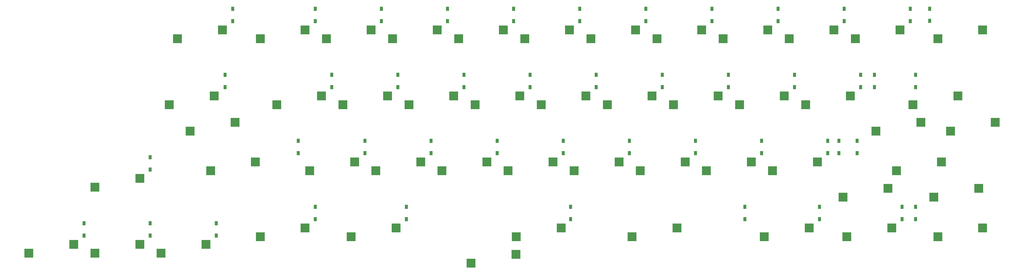
<source format=gbp>
G04 #@! TF.GenerationSoftware,KiCad,Pcbnew,8.0.3*
G04 #@! TF.CreationDate,2024-07-31T18:52:23+09:00*
G04 #@! TF.ProjectId,reviung46,72657669-756e-4673-9436-2e6b69636164,ver 0.1*
G04 #@! TF.SameCoordinates,Original*
G04 #@! TF.FileFunction,Paste,Bot*
G04 #@! TF.FilePolarity,Positive*
%FSLAX46Y46*%
G04 Gerber Fmt 4.6, Leading zero omitted, Abs format (unit mm)*
G04 Created by KiCad (PCBNEW 8.0.3) date 2024-07-31 18:52:23*
%MOMM*%
%LPD*%
G01*
G04 APERTURE LIST*
%ADD10R,2.550000X2.500000*%
%ADD11R,0.950000X1.300000*%
G04 APERTURE END LIST*
D10*
X208347500Y-60480000D03*
X221274500Y-57940000D03*
X146435000Y-41430000D03*
X159362000Y-38890000D03*
X163103750Y-98580000D03*
X176030750Y-96040000D03*
X179772500Y-79530000D03*
X192699500Y-76990000D03*
X279667500Y-65560000D03*
X266740500Y-68100000D03*
X160722500Y-79530000D03*
X173649500Y-76990000D03*
X277403750Y-60480000D03*
X290330750Y-57940000D03*
X284547500Y-98580000D03*
X297474500Y-96040000D03*
X22610000Y-103342500D03*
X35537000Y-100802500D03*
X189297500Y-60480000D03*
X202224500Y-57940000D03*
X258353750Y-98580000D03*
X271280750Y-96040000D03*
X284547500Y-41430000D03*
X297474500Y-38890000D03*
X60710000Y-103342500D03*
X73637000Y-100802500D03*
X260735000Y-41430000D03*
X273662000Y-38890000D03*
X217872500Y-79530000D03*
X230799500Y-76990000D03*
X227397500Y-60480000D03*
X240324500Y-57940000D03*
X241685000Y-41430000D03*
X254612000Y-38890000D03*
X65472500Y-41430000D03*
X78399500Y-38890000D03*
X82023750Y-65560000D03*
X69096750Y-68100000D03*
X41660000Y-103342500D03*
X54587000Y-100802500D03*
X236922500Y-79530000D03*
X249849500Y-76990000D03*
X115478750Y-98580000D03*
X128405750Y-96040000D03*
X89285000Y-41430000D03*
X102212000Y-38890000D03*
X122622500Y-79530000D03*
X135549500Y-76990000D03*
X113097500Y-60480000D03*
X126024500Y-57940000D03*
X63091250Y-60480000D03*
X76018250Y-57940000D03*
X141672500Y-79530000D03*
X154599500Y-76990000D03*
X41660000Y-84292500D03*
X54587000Y-81752500D03*
X74997500Y-79530000D03*
X87924500Y-76990000D03*
X89285000Y-98580000D03*
X102212000Y-96040000D03*
X234541250Y-98580000D03*
X247468250Y-96040000D03*
X246447500Y-60480000D03*
X259374500Y-57940000D03*
X108335000Y-41430000D03*
X121262000Y-38890000D03*
X162986250Y-103660000D03*
X150059250Y-106200000D03*
X272641250Y-79530000D03*
X285568250Y-76990000D03*
X196441250Y-98580000D03*
X209368250Y-96040000D03*
X296336250Y-84610000D03*
X283409250Y-87150000D03*
X127385000Y-41430000D03*
X140312000Y-38890000D03*
X170247500Y-60480000D03*
X183174500Y-57940000D03*
X184535000Y-41430000D03*
X197462000Y-38890000D03*
X94047500Y-60480000D03*
X106974500Y-57940000D03*
X132147500Y-60480000D03*
X145074500Y-57940000D03*
X151197500Y-60480000D03*
X164124500Y-57940000D03*
X270142500Y-84610000D03*
X257215500Y-87150000D03*
X165485000Y-41430000D03*
X178412000Y-38890000D03*
X103572500Y-79530000D03*
X116499500Y-76990000D03*
X198822500Y-79530000D03*
X211749500Y-76990000D03*
X301098750Y-65560000D03*
X288171750Y-68100000D03*
X222635000Y-41430000D03*
X235562000Y-38890000D03*
X203585000Y-41430000D03*
X216512000Y-38890000D03*
D11*
X274238750Y-89945000D03*
X274238750Y-93495000D03*
X228900000Y-89945000D03*
X228900000Y-93495000D03*
X131363750Y-89945000D03*
X131363750Y-93495000D03*
X157557500Y-70895000D03*
X157557500Y-74445000D03*
X205182500Y-51845000D03*
X205182500Y-55395000D03*
X282170000Y-32755000D03*
X282170000Y-36305000D03*
X224232500Y-51845000D03*
X224232500Y-55395000D03*
X148032500Y-51845000D03*
X148032500Y-55395000D03*
X178750000Y-89945000D03*
X178750000Y-93495000D03*
X128982500Y-51845000D03*
X128982500Y-55395000D03*
X233757500Y-70895000D03*
X233757500Y-74445000D03*
X276620000Y-32795000D03*
X276620000Y-36345000D03*
X167082500Y-51845000D03*
X167082500Y-55395000D03*
X257570000Y-32795000D03*
X257570000Y-36345000D03*
X138507500Y-70895000D03*
X138507500Y-74445000D03*
X266300000Y-51845000D03*
X266300000Y-55395000D03*
X262332500Y-51845000D03*
X262332500Y-55395000D03*
X109932500Y-51845000D03*
X109932500Y-55395000D03*
X100250000Y-70895000D03*
X100250000Y-74445000D03*
X278100000Y-51845000D03*
X278100000Y-55395000D03*
X256000000Y-70895000D03*
X256000000Y-74445000D03*
X143270000Y-32795000D03*
X143270000Y-36345000D03*
X238520000Y-32795000D03*
X238520000Y-36345000D03*
X186132500Y-51845000D03*
X186132500Y-55395000D03*
X243282500Y-51845000D03*
X243282500Y-55395000D03*
X261300000Y-70895000D03*
X261300000Y-74445000D03*
X176607500Y-70895000D03*
X176607500Y-74445000D03*
X119457500Y-70895000D03*
X119457500Y-74445000D03*
X124220000Y-32795000D03*
X124220000Y-36345000D03*
X214707500Y-70895000D03*
X214707500Y-74445000D03*
X252807500Y-70895000D03*
X252807500Y-74445000D03*
X181370000Y-32795000D03*
X181370000Y-36345000D03*
X200420000Y-32795000D03*
X200420000Y-36345000D03*
X195657500Y-70895000D03*
X195657500Y-74445000D03*
X162320000Y-32795000D03*
X162320000Y-36345000D03*
X105170000Y-89945000D03*
X105170000Y-93495000D03*
X38495000Y-94707500D03*
X38495000Y-98257500D03*
X250426250Y-89945000D03*
X250426250Y-93495000D03*
X79200000Y-51845000D03*
X79200000Y-55395000D03*
X57545000Y-94707500D03*
X57545000Y-98257500D03*
X57545000Y-75657500D03*
X57545000Y-79207500D03*
X105170000Y-32795000D03*
X105170000Y-36345000D03*
X81357500Y-32795000D03*
X81357500Y-36345000D03*
X219470000Y-32795000D03*
X219470000Y-36345000D03*
X76595000Y-94707500D03*
X76595000Y-98257500D03*
X278100000Y-89945000D03*
X278100000Y-93495000D03*
M02*

</source>
